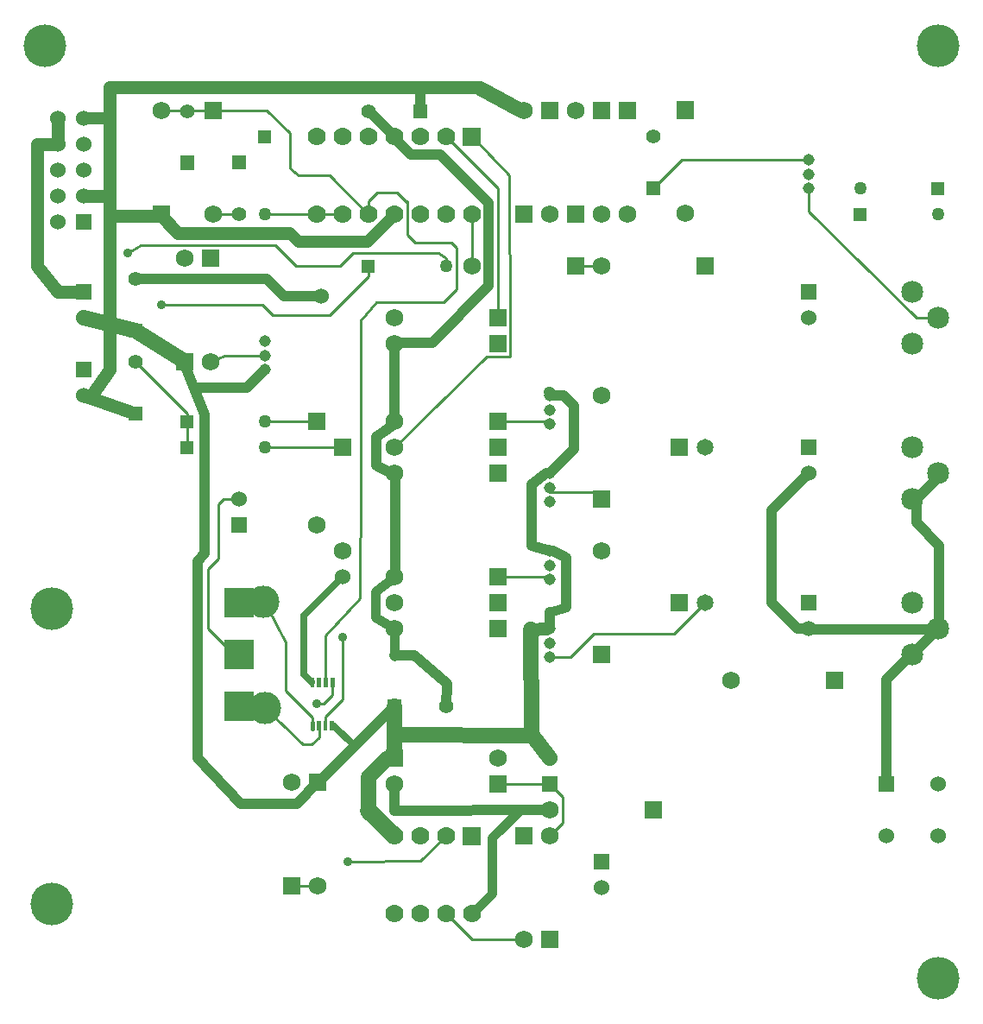
<source format=gbr>
G04 start of page 2 for group 0 idx 0 *
G04 Title: (unknown), top *
G04 Creator: pcb 20110918 *
G04 CreationDate: Wed 26 Feb 2014 06:05:46 GMT UTC *
G04 For: ksarkies *
G04 Format: Gerber/RS-274X *
G04 PCB-Dimensions: 390000 390000 *
G04 PCB-Coordinate-Origin: lower left *
%MOIN*%
%FSLAX25Y25*%
%LNTOP*%
%ADD37C,0.0780*%
%ADD36C,0.0430*%
%ADD35C,0.0290*%
%ADD34C,0.1140*%
%ADD33C,0.0300*%
%ADD32C,0.0280*%
%ADD31C,0.0380*%
%ADD30C,0.0200*%
%ADD29C,0.0360*%
%ADD28C,0.0160*%
%ADD27R,0.0160X0.0160*%
%ADD26C,0.1650*%
%ADD25C,0.0700*%
%ADD24C,0.0850*%
%ADD23C,0.0680*%
%ADD22C,0.0001*%
%ADD21C,0.0450*%
%ADD20C,0.0150*%
%ADD19C,0.1250*%
%ADD18C,0.0550*%
%ADD17C,0.0250*%
%ADD16C,0.0650*%
%ADD15C,0.0500*%
%ADD14C,0.0400*%
%ADD13C,0.0600*%
%ADD12C,0.0350*%
%ADD11C,0.0100*%
G54D11*X180000Y40000D02*X190000Y30000D01*
X170200Y60200D02*X180000Y70000D01*
X210000Y30000D02*X190000D01*
G54D12*X208600Y80000D02*X197800Y69200D01*
Y47800D01*
X190000Y40000D01*
G54D13*X213300Y108800D02*X220000Y100000D01*
G54D11*X224900Y85100D02*X220000Y90000D01*
X224900Y85100D02*Y74900D01*
X220000Y70000D01*
G54D14*Y80000D02*Y79900D01*
X219700D01*
G54D15*X218750Y150000D02*X212750Y149700D01*
G54D14*X213150Y182050D02*X220000Y180000D01*
G54D13*X212750Y149700D02*X212886Y110850D01*
G54D14*X320000Y150000D02*X315600D01*
X305700Y159900D01*
Y195700D01*
X320000Y150000D02*Y149550D01*
D03*
X305700Y195700D02*X320000Y210000D01*
X370400Y182100D02*Y150400D01*
X370000Y208500D02*X361600Y200100D01*
Y190900D01*
X370400Y182100D01*
X370000Y210000D02*Y208500D01*
X370400Y150400D02*X360000Y140000D01*
Y140600D01*
X360300D01*
X370000Y149550D02*X370350D01*
X370000D02*X370350D01*
X360300Y140600D02*X350100Y130400D01*
Y90100D01*
X350000D02*X350100D01*
X350000Y90000D02*Y90100D01*
X320000Y149550D02*X370000D01*
Y150000D02*Y149550D01*
G54D11*X200000Y90000D02*X220000D01*
G54D14*X219700Y79900D02*X159900Y79700D01*
G54D13*X213300Y108800D02*X159978Y108900D01*
X159950Y119950D02*X160000Y100000D01*
G54D14*X179700Y109100D02*X179400Y108800D01*
X179500D01*
X179700Y108600D01*
X160000Y120000D02*X159550Y119550D01*
G54D13*X160000Y100000D02*Y99600D01*
G54D14*X180231Y128731D02*X180200Y120100D01*
X160000Y90000D02*X159900Y79700D01*
X160000Y99600D02*X157000D01*
G54D13*X160000Y100000D02*Y99600D01*
X150200Y92800D02*Y79800D01*
G54D14*X150000D01*
G54D16*X150200D02*X160000Y70000D01*
G54D14*X158900Y71100D01*
G54D11*X160000Y70000D02*Y71100D01*
Y70000D02*Y71100D01*
Y70000D01*
Y71100D01*
X142000Y60300D02*X141900Y60100D01*
X170200Y60200D01*
X142200Y60000D02*Y60300D01*
X142000D01*
X120290Y50570D02*X130290D01*
X160000Y72500D02*Y71100D01*
X158900D01*
X160000D02*Y72500D01*
Y71100D02*X158900D01*
G54D13*X157000Y99600D02*X150200Y92800D01*
G54D12*X160000Y170000D02*Y170050D01*
X160050D01*
G54D14*X122220Y82500D02*X130290Y90570D01*
G54D17*X136000Y96000D02*X134300Y94300D01*
G54D14*X130570Y90570D02*X160000Y120000D01*
G54D17*X136700Y112500D02*X144600Y104600D01*
G54D11*X133500Y116100D02*Y112600D01*
X133150Y112250D01*
X139900Y146700D02*X140000Y122600D01*
X129900Y120900D02*X132700D01*
X136100Y124300D01*
Y129200D01*
Y128400D01*
X140000Y122600D02*X133500Y116100D01*
X128300Y113600D02*Y115700D01*
G54D17*X128100Y129200D02*X124900Y132400D01*
Y154900D01*
X140000Y170000D01*
X139700Y169700D01*
G54D11*X200000Y320000D02*X180000Y340000D01*
X204500Y324900D02*X190000Y340000D01*
X204500Y324900D02*X204850Y264700D01*
X240000Y290000D02*X230000D01*
X190000D02*Y310000D01*
X200000Y270000D02*Y320000D01*
G54D14*X196500Y314300D02*Y282300D01*
G54D11*X184000Y281000D02*Y297000D01*
X182000Y299000D01*
X180000Y290000D02*Y293000D01*
X193428Y358300D02*X193500Y358800D01*
X320000Y331000D02*X271000D01*
G54D18*X193100Y358700D02*X209000Y350000D01*
G54D11*D03*
X210000D01*
X320000Y311000D02*Y320000D01*
Y311000D02*X361750Y270000D01*
X260000Y320000D02*X271000Y331000D01*
X272450Y310200D02*Y310000D01*
Y310200D02*Y310000D01*
X370000Y270000D02*X361750D01*
X220000Y230000D02*X200000D01*
X220000D02*Y229000D01*
G54D14*X229400Y236100D02*Y219400D01*
X220000Y240000D02*Y241300D01*
Y240000D02*Y241300D01*
X219700D01*
G54D11*X220000Y240000D02*Y241300D01*
X219700D01*
G54D14*X220000D02*X220950Y240000D01*
G54D11*X219700Y241300D02*X220950Y240000D01*
G54D14*X220000D02*X220950D01*
X225500D02*X229400Y236100D01*
X220950Y240000D02*X225500D01*
G54D11*X220000D02*X220950D01*
X195549Y254951D02*X160000Y220000D01*
G54D14*X160800Y229200D02*X153000Y223900D01*
X160000Y260000D02*Y230000D01*
X131800Y278400D02*X117300D01*
X110800Y284900D01*
G54D11*X122000Y290000D02*X139000D01*
X140000Y220000D02*X110000D01*
X130000Y230000D02*X110000D01*
X109000Y275000D02*X113000Y271000D01*
G54D14*X110000Y250000D02*X103000Y243000D01*
G54D11*X113000Y271000D02*X135000D01*
X150000Y286000D01*
X147000Y269000D02*X153000Y276000D01*
X150000Y286000D02*Y290000D01*
X146900Y208400D02*X147000Y269000D01*
X70000Y310000D02*Y309200D01*
X51200D02*X50000Y308000D01*
X100000Y310000D02*X90000D01*
G54D14*X110800Y284900D02*X60100D01*
G54D12*X60000Y285100D02*X59900D01*
G54D14*X60100Y284900D02*X59900Y285100D01*
G54D12*X60000Y285000D02*Y285100D01*
G54D14*Y285000D02*Y285100D01*
X59900D01*
G54D11*X57000Y295000D02*X62000Y298000D01*
X70000Y275000D02*X109000D01*
X62000Y298000D02*X114000D01*
X122000Y290000D01*
G54D13*X40000Y270000D02*X39900D01*
X40000D02*X39900D01*
G54D15*X40000Y280000D02*X30000D01*
X22000Y290000D01*
G54D14*X39800Y270100D02*X39900Y270000D01*
G54D13*X60000Y265000D02*X40000Y270000D01*
X60000Y265000D03*
G54D15*X50000Y250000D02*Y292900D01*
G54D14*X39900Y240100D02*X40000Y240000D01*
G54D15*X60000Y233000D01*
G54D14*X59800D01*
G54D11*X40000Y240000D02*X43000D01*
G54D15*X50000Y250000D01*
G54D14*X78550Y252750D02*X86600Y232700D01*
X78950Y252450D02*Y252650D01*
G54D11*X83000Y243000D02*X82664Y243336D01*
X80000Y233000D02*X60000Y253000D01*
X80000Y220000D02*Y233000D01*
G54D13*X60000Y265000D02*X78700Y253400D01*
G54D14*X103000Y243000D02*X83000D01*
G54D11*X110000Y255500D02*X94500D01*
X89000Y253000D01*
X204850Y255000D02*X195500Y254950D01*
X204850Y264700D02*Y255000D01*
G54D14*X196500Y282300D02*X174600Y260400D01*
X160400D02*X160000Y260000D01*
X161000Y260400D01*
X160000Y260000D02*Y260400D01*
X160400D01*
X161000D02*X160400D01*
X161000D01*
X161400D01*
X161000D02*X161400D01*
X161000D01*
G54D11*X153000Y276000D02*X179000D01*
G54D14*X174600Y260400D02*X161400D01*
G54D11*X179000Y276000D02*X184000Y281000D01*
X182000Y299000D02*X168000D01*
X165000Y302000D01*
X180000Y293000D02*X177000Y295000D01*
X144000D01*
X139000Y290000D01*
X227950Y139000D02*X236950Y148000D01*
X268000D02*X280000Y160000D01*
X268000Y148000D02*X236950D01*
G54D14*X221250Y180000D02*X226250Y177300D01*
G54D11*X221250Y180000D02*X220000D01*
X240000Y202750D02*Y200000D01*
Y202750D02*X220000D01*
Y204500D02*Y202750D01*
G54D14*X229400Y219400D02*X220000Y210000D01*
X219950Y156450D02*Y150700D01*
X226250Y177300D02*X226350Y158250D01*
G54D11*X227950Y139000D02*X220000D01*
G54D14*Y150000D02*Y150700D01*
X219950D01*
X218750Y210000D02*X213150Y205800D01*
Y182050D01*
G54D12*X226350Y158250D02*X219950Y156450D01*
X160000Y170000D02*X152600Y164400D01*
G54D11*X220000Y170000D02*X200000D01*
X220000D02*Y169000D01*
G54D14*X160193Y139700D02*X167800D01*
X179700Y129200D01*
G54D12*X152600Y154200D02*X160000Y150000D01*
X160200Y139300D01*
X152600Y164400D02*Y154200D01*
G54D14*X160500Y170500D02*X160050Y170050D01*
G54D12*X160000Y170000D02*Y170050D01*
X160050D01*
G54D14*X153000Y213100D02*X159400Y209800D01*
Y209400D02*X160000Y210000D01*
Y209400D01*
X160500D01*
G54D11*X146900Y208200D02*X147050Y208050D01*
G54D14*X160500Y209400D02*Y170500D01*
G54D11*X146600Y161700D02*X146900Y208200D01*
G54D14*X153000Y223900D02*Y213100D01*
G54D11*X133500Y147400D02*X146700Y161700D01*
G54D19*X109400Y160200D03*
G54D11*X118150Y144650D02*X110064Y159985D01*
X118150Y125850D02*Y144650D01*
G54D14*X84000Y176000D02*Y100000D01*
X86600Y178900D02*X84000Y176000D01*
G54D11*X88000Y173000D02*X92000Y177000D01*
Y198000D01*
X94000Y200000D01*
X100000D01*
G54D14*X86600Y232700D02*Y178900D01*
G54D11*X88000Y150000D02*Y173000D01*
X100000Y140000D02*X98000D01*
X88000Y150000D01*
X133500Y129200D02*Y147400D01*
G54D14*X130290Y90570D02*X130570D01*
G54D19*X110100Y119400D03*
G54D11*X108700Y120600D02*X109000Y120300D01*
G54D14*X84000Y100000D02*X100800Y82500D01*
X122220D01*
G54D11*X124600Y105300D02*X108700Y120600D01*
X128200Y105300D02*X124600D01*
X130900Y108000D02*X128200Y105300D01*
X130900Y112500D02*Y108000D01*
X128300Y115700D02*X118100Y125950D01*
X90600Y350000D02*X105950D01*
X110600D02*X119600Y341200D01*
G54D14*X150000Y350000D02*X160000Y340000D01*
G54D11*X105950Y350000D02*X110600D01*
X105950D02*X90000D01*
X90600D01*
X90000D03*
G54D14*X170000D02*Y358586D01*
X169700Y358886D01*
G54D11*X90000Y350000D02*X70000D01*
G54D15*X192959Y358900D02*X50000Y359000D01*
G54D11*X123000Y325000D02*X135000D01*
X119600Y327900D02*X120100Y327400D01*
X123000Y325000D01*
X110000Y310000D02*X130000D01*
X100000D02*Y309400D01*
Y310000D02*Y309400D01*
X119000Y302800D02*X119200Y302600D01*
G54D20*X119800D01*
G54D21*X122900Y299500D01*
G54D11*X119600Y341200D02*Y327900D01*
G54D21*X122900Y299500D02*X149700D01*
X160000Y309800D01*
G54D11*X130000Y310000D02*X140000D01*
X150000Y310100D02*X149700D01*
X165000Y302000D02*Y315000D01*
G54D14*X160550Y339450D02*Y338750D01*
X166300Y333000D01*
X177800D01*
X196500Y314300D01*
G54D11*X165100Y314500D02*X161200Y318400D01*
G54D14*X160000Y340000D02*Y339450D01*
X160550D01*
G54D11*X149700Y310100D02*X135000Y325000D01*
X161200Y318400D02*X153300D01*
X150000Y315100D01*
G54D14*X160000Y310000D02*Y309800D01*
Y310000D02*Y309800D01*
G54D11*X150000Y315100D02*Y310600D01*
Y310100D02*X149700D01*
X150000D02*Y310600D01*
Y310100D02*Y310600D01*
Y310100D01*
Y310000D02*Y310100D01*
Y310000D02*Y310100D01*
Y310000D02*Y310100D01*
Y310000D01*
Y310100D01*
G54D15*X70000Y309200D02*X76400Y302800D01*
X119000D01*
X70000Y309200D02*X51200D01*
G54D11*X20000Y320000D02*X22000Y322000D01*
G54D15*Y290000D02*Y337000D01*
X30000D01*
X50000Y293000D02*Y359000D01*
G54D21*Y347000D02*X40000D01*
G54D11*X41000D01*
G54D15*X50000Y317000D02*X40000D01*
X30000Y337000D02*Y347000D01*
G54D22*G36*
X326600Y133400D02*Y126600D01*
X333400D01*
Y133400D01*
X326600D01*
G37*
G54D23*X290000Y130000D03*
G54D22*G36*
X236600Y143400D02*Y136600D01*
X243400D01*
Y143400D01*
X236600D01*
G37*
G36*
X317000Y163000D02*Y157000D01*
X323000D01*
Y163000D01*
X317000D01*
G37*
G54D13*X320000Y150000D03*
G54D24*X360000Y160000D03*
X370000Y150000D03*
X360000Y140000D03*
G54D23*X160000Y170000D03*
Y150000D03*
Y90000D03*
G54D22*G36*
X156600Y103400D02*Y96600D01*
X163400D01*
Y103400D01*
X156600D01*
G37*
G36*
X157250Y122750D02*Y117250D01*
X162750D01*
Y122750D01*
X157250D01*
G37*
G36*
X196600Y153400D02*Y146600D01*
X203400D01*
Y153400D01*
X196600D01*
G37*
G54D18*X180000Y120000D03*
G54D22*G36*
X196600Y93400D02*Y86600D01*
X203400D01*
Y93400D01*
X196600D01*
G37*
G36*
X186500Y73500D02*Y66500D01*
X193500D01*
Y73500D01*
X186500D01*
G37*
G54D23*X200000Y100000D03*
G54D25*X160000Y70000D03*
G54D22*G36*
X126890Y93970D02*Y87170D01*
X133690D01*
Y93970D01*
X126890D01*
G37*
G54D23*X120290Y90570D03*
G54D25*X160000Y40000D03*
G54D26*X27559Y43543D03*
G54D23*X130290Y50570D03*
G54D22*G36*
X116890Y53970D02*Y47170D01*
X123690D01*
Y53970D01*
X116890D01*
G37*
G54D23*X210000Y30000D03*
G54D25*X180000Y70000D03*
X170000D03*
Y40000D03*
X180000D03*
X190000D03*
G54D22*G36*
X216600Y33400D02*Y26600D01*
X223400D01*
Y33400D01*
X216600D01*
G37*
G54D23*X220000Y70000D03*
G54D22*G36*
X237000Y63000D02*Y57000D01*
X243000D01*
Y63000D01*
X237000D01*
G37*
G36*
X256600Y83400D02*Y76600D01*
X263400D01*
Y83400D01*
X256600D01*
G37*
G54D13*X240000Y50000D03*
G54D22*G36*
X206600Y73400D02*Y66600D01*
X213400D01*
Y73400D01*
X206600D01*
G37*
G36*
X217000Y93000D02*Y87000D01*
X223000D01*
Y93000D01*
X217000D01*
G37*
G54D13*X220000Y100000D03*
G54D23*Y80000D03*
G54D26*X370000Y15000D03*
G54D22*G36*
X347000Y93000D02*Y87000D01*
X353000D01*
Y93000D01*
X347000D01*
G37*
G54D13*X350000Y70000D03*
X370000Y90000D03*
Y70000D03*
G54D21*X220000Y169000D03*
G54D22*G36*
X196600Y163400D02*Y156600D01*
X203400D01*
Y163400D01*
X196600D01*
G37*
G54D23*X160000Y160000D03*
G54D22*G36*
X266750Y163250D02*Y156750D01*
X273250D01*
Y163250D01*
X266750D01*
G37*
G54D16*X280000Y160000D03*
G54D22*G36*
X196600Y173400D02*Y166600D01*
X203400D01*
Y173400D01*
X196600D01*
G37*
G54D21*X220000Y150000D03*
Y144500D03*
Y139000D03*
G54D22*G36*
X107000Y123000D02*Y117000D01*
X113000D01*
Y123000D01*
X107000D01*
G37*
G36*
X94250Y145750D02*Y134250D01*
X105750D01*
Y145750D01*
X94250D01*
G37*
G36*
Y125750D02*Y114250D01*
X105750D01*
Y125750D01*
X94250D01*
G37*
G54D26*X27559Y157717D03*
G54D18*X110000Y160000D03*
G54D22*G36*
X94250Y165750D02*Y154250D01*
X105750D01*
Y165750D01*
X94250D01*
G37*
G36*
X196600Y263400D02*Y256600D01*
X203400D01*
Y263400D01*
X196600D01*
G37*
G54D23*X160000Y260000D03*
G54D22*G36*
X196600Y273400D02*Y266600D01*
X203400D01*
Y273400D01*
X196600D01*
G37*
G54D23*X160000Y270000D03*
G54D22*G36*
X206600Y313400D02*Y306600D01*
X213400D01*
Y313400D01*
X206600D01*
G37*
G54D23*X190000Y290000D03*
X220000Y310000D03*
G54D25*X170000D03*
X180000D03*
X190000D03*
G54D21*X220000Y180000D03*
Y210000D03*
Y204500D03*
Y199000D03*
G54D22*G36*
X236600Y203400D02*Y196600D01*
X243400D01*
Y203400D01*
X236600D01*
G37*
G54D23*X240000Y240000D03*
G54D21*X220000Y174500D03*
Y240000D03*
Y234500D03*
Y229000D03*
G54D22*G36*
X196600Y223400D02*Y216600D01*
X203400D01*
Y223400D01*
X196600D01*
G37*
G54D23*X160000Y220000D03*
G54D22*G36*
X196600Y213400D02*Y206600D01*
X203400D01*
Y213400D01*
X196600D01*
G37*
G54D23*X160000Y210000D03*
G54D22*G36*
X196600Y233400D02*Y226600D01*
X203400D01*
Y233400D01*
X196600D01*
G37*
G54D23*X160000Y230000D03*
X240000Y180000D03*
G54D22*G36*
X136600Y223400D02*Y216600D01*
X143400D01*
Y223400D01*
X136600D01*
G37*
G54D23*X140000Y180000D03*
G54D22*G36*
X126600Y233400D02*Y226600D01*
X133400D01*
Y233400D01*
X126600D01*
G37*
G54D23*X130000Y190000D03*
G54D21*X320000Y325500D03*
Y331000D03*
G54D22*G36*
X97250Y332750D02*Y327250D01*
X102750D01*
Y332750D01*
X97250D01*
G37*
G54D15*X110000Y310000D03*
G54D25*X130000D03*
G54D22*G36*
X147500Y292500D02*Y287500D01*
X152500D01*
Y292500D01*
X147500D01*
G37*
G54D15*X180000Y290000D03*
G54D25*X140000Y310000D03*
X150000D03*
X160000D03*
G54D23*X240000D03*
G54D22*G36*
X257250Y322750D02*Y317250D01*
X262750D01*
Y322750D01*
X257250D01*
G37*
G36*
X75600Y256400D02*Y249600D01*
X82400D01*
Y256400D01*
X75600D01*
G37*
G36*
X57250Y235750D02*Y230250D01*
X62750D01*
Y235750D01*
X57250D01*
G37*
G54D18*X60000Y253000D03*
G54D21*X110000Y250000D03*
Y255500D03*
G54D23*X89000Y253000D03*
G54D21*X110000Y261000D03*
G54D22*G36*
X77500Y222500D02*Y217500D01*
X82500D01*
Y222500D01*
X77500D01*
G37*
G36*
Y232500D02*Y227500D01*
X82500D01*
Y232500D01*
X77500D01*
G37*
G54D15*X110000Y220000D03*
Y230000D03*
G54D22*G36*
X97000Y193000D02*Y187000D01*
X103000D01*
Y193000D01*
X97000D01*
G37*
G54D13*X100000Y200000D03*
G54D23*X79000Y293000D03*
G54D18*X60000Y285000D03*
G54D22*G36*
X85600Y296400D02*Y289600D01*
X92400D01*
Y296400D01*
X85600D01*
G37*
G36*
X37000Y253000D02*Y247000D01*
X43000D01*
Y253000D01*
X37000D01*
G37*
G54D13*X40000Y240000D03*
G54D22*G36*
X37000Y283000D02*Y277000D01*
X43000D01*
Y283000D01*
X37000D01*
G37*
G54D13*X40000Y270000D03*
G54D22*G36*
X57250Y267750D02*Y262250D01*
X62750D01*
Y267750D01*
X57250D01*
G37*
G36*
X37000Y310000D02*Y304000D01*
X43000D01*
Y310000D01*
X37000D01*
G37*
G54D13*X40000Y317000D03*
Y327000D03*
G54D22*G36*
X86600Y353400D02*Y346600D01*
X93400D01*
Y353400D01*
X86600D01*
G37*
G54D18*X80000Y349800D03*
G54D22*G36*
X167250Y352350D02*Y346850D01*
X172750D01*
Y352350D01*
X167250D01*
G37*
G54D18*X150000Y349600D03*
G54D23*X70000Y350000D03*
G54D13*X40000Y347000D03*
X30000D03*
G54D22*G36*
X107500Y342500D02*Y337500D01*
X112500D01*
Y342500D01*
X107500D01*
G37*
G54D25*X150000Y340000D03*
X140000D03*
X130000D03*
G54D22*G36*
X77250Y332550D02*Y327050D01*
X82750D01*
Y332550D01*
X77250D01*
G37*
G54D13*X40000Y337000D03*
X30000D03*
G54D26*X25000Y375000D03*
X370000D03*
G54D22*G36*
X66600Y313400D02*Y306600D01*
X73400D01*
Y313400D01*
X66600D01*
G37*
G36*
X186500Y343500D02*Y336500D01*
X193500D01*
Y343500D01*
X186500D01*
G37*
G54D25*X180000Y340000D03*
X170000D03*
X160000D03*
G54D13*X30000Y307000D03*
Y317000D03*
Y327000D03*
G54D18*X100000Y310000D03*
G54D23*X90000D03*
G54D22*G36*
X226600Y313400D02*Y306600D01*
X233400D01*
Y313400D01*
X226600D01*
G37*
G54D23*X250000Y310000D03*
G54D22*G36*
X269050Y353600D02*Y346800D01*
X275850D01*
Y353600D01*
X269050D01*
G37*
G54D23*X210000Y350000D03*
G54D22*G36*
X216600Y353400D02*Y346600D01*
X223400D01*
Y353400D01*
X216600D01*
G37*
G54D23*X230000Y350000D03*
G54D22*G36*
X246600Y353400D02*Y346600D01*
X253400D01*
Y353400D01*
X246600D01*
G37*
G36*
X236600D02*Y346600D01*
X243400D01*
Y353400D01*
X236600D01*
G37*
G54D18*X260000Y340000D03*
G54D22*G36*
X337500Y312500D02*Y307500D01*
X342500D01*
Y312500D01*
X337500D01*
G37*
G54D15*X340000Y320000D03*
X370000Y310000D03*
G54D22*G36*
X367500Y322500D02*Y317500D01*
X372500D01*
Y322500D01*
X367500D01*
G37*
G54D21*X320000Y320000D03*
G54D22*G36*
X226600Y293400D02*Y286600D01*
X233400D01*
Y293400D01*
X226600D01*
G37*
G36*
X276600D02*Y286600D01*
X283400D01*
Y293400D01*
X276600D01*
G37*
G54D23*X240000Y290000D03*
X272450Y310200D03*
G54D22*G36*
X317000Y283000D02*Y277000D01*
X323000D01*
Y283000D01*
X317000D01*
G37*
G54D13*X320000Y270000D03*
G54D24*X360000Y280000D03*
Y260000D03*
X370000Y270000D03*
G54D22*G36*
X266750Y223250D02*Y216750D01*
X273250D01*
Y223250D01*
X266750D01*
G37*
G54D16*X280000Y220000D03*
G54D22*G36*
X317000Y223000D02*Y217000D01*
X323000D01*
Y223000D01*
X317000D01*
G37*
G54D13*X320000Y210000D03*
G54D24*X360000Y220000D03*
X370000Y210000D03*
X360000Y200000D03*
G54D27*X136100Y130300D02*Y128100D01*
X133500Y130300D02*Y128100D01*
X131000Y130300D02*Y128100D01*
G54D28*X128300Y113600D02*Y111400D01*
G54D27*X130900Y113600D02*Y111400D01*
X133400Y113600D02*Y111400D01*
X136000Y113600D02*Y111400D01*
X128400Y130300D02*Y128100D01*
G54D13*X131800Y278400D03*
G54D29*X70000Y275000D03*
X57000Y295000D03*
X142200Y60000D03*
X129900Y120900D03*
X139900Y146700D03*
G54D13*X140000Y170000D03*
G54D12*G54D30*G54D12*G54D31*G54D32*G54D31*G54D33*G54D31*G54D33*G54D31*G54D32*G54D31*G54D32*G54D31*G54D32*G54D34*G54D31*G54D32*G54D31*G54D33*G54D31*G54D33*G54D31*G54D33*G54D31*G54D34*G54D32*G54D35*G54D31*G54D36*G54D31*G54D35*G54D33*G54D37*G54D34*G54D33*G54D37*G54D31*G54D32*G54D35*G54D31*G54D35*G54D31*G54D35*G54D33*G54D30*G54D32*G54D30*G54D32*G54D31*G54D33*G54D31*G54D33*G54D35*G54D31*G54D35*G54D30*G54D31*G54D33*G54D31*G54D33*G54D31*G54D33*G54D31*G54D30*G54D32*G54D33*G54D31*G54D34*G54D31*G54D32*G54D31*G54D33*G54D31*G54D33*G54D30*G54D35*G54D31*G54D32*G54D36*G54D31*G54D32*M02*

</source>
